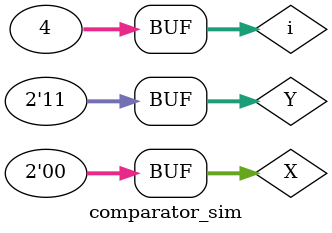
<source format=v>
`timescale 1ns / 1ps


module comparator_sim(

    );
    
    integer i; 
    reg [1:0] X, Y;
    wire LT, EQ, GT;
    
    
    comparator UUT(.X(X), .Y(Y), .LT(LT), .EQ(EQ), .GT(GT));
      
    
    initial begin
        for (i = 0; i < 4; i = i + 1)
        begin
            X = i;
            Y = i + 1;
            #10;
        end
        
        for (i = 0; i < 4; i = i + 1)
        begin
            X = i;
            Y = i;
            #10;
        end
        
        for (i = 0; i < 4; i = i + 1)
        begin
            X = i + 1;
            Y = i;
            #10;
        end
        
    end
endmodule

</source>
